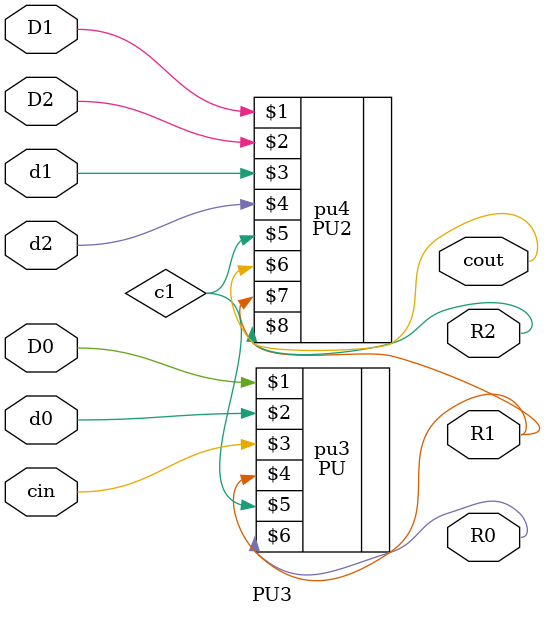
<source format=sv>
`include "../PU2/PU2.sv"

module PU3(
    input D0,D1,D2,d0,d1,d2,cin,
    output cout,R0,R1,R2
);

wire c1;       //Internal connections

PU2 pu4(D1,D2,d1,d2,c1,cout,R1,R2);
PU pu3(D0,d0,cin,R1,c1,R0);

endmodule

</source>
